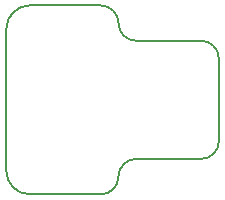
<source format=gko>
G04*
G04 #@! TF.GenerationSoftware,Altium Limited,CircuitStudio,1.5.2 (30)*
G04*
G04 Layer_Color=16720538*
%FSLAX25Y25*%
%MOIN*%
G70*
G01*
G75*
%ADD13C,0.00591*%
D13*
X431102Y450787D02*
G03*
X425197Y456693I-5906J0D01*
G01*
X431102Y450787D02*
G03*
X437008Y444882I5906J0D01*
G01*
Y405512D02*
G03*
X431102Y399606I0J-5906D01*
G01*
X425197Y393701D02*
G03*
X431102Y399606I0J5906D01*
G01*
X458661Y405512D02*
G03*
X464567Y411417I0J5906D01*
G01*
Y438976D02*
G03*
X458661Y444882I-5906J0D01*
G01*
X401575Y456693D02*
G03*
X393701Y448819I0J-7874D01*
G01*
Y401575D02*
G03*
X401575Y393701I7874J0D01*
G01*
X401575Y393701D02*
X425197D01*
X437008Y405512D02*
X458661D01*
X437008Y444882D02*
X458661D01*
X401575Y456693D02*
X425197D01*
X464567Y411417D02*
Y438976D01*
X393701Y401575D02*
Y448819D01*
M02*

</source>
